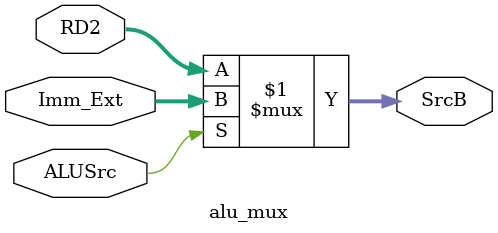
<source format=v>
module alu_mux(SrcB,ALUSrc,RD2,Imm_Ext);
       output [31:0] SrcB;
       input ALUSrc;
       input [31:0] RD2 ,Imm_Ext;


       assign SrcB = (ALUSrc) ? Imm_Ext: RD2; 


endmodule
</source>
